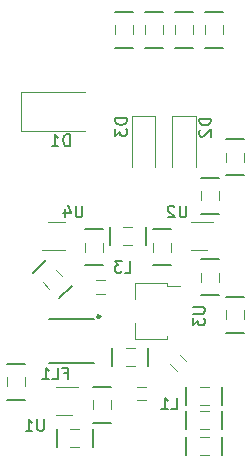
<source format=gbr>
%TF.GenerationSoftware,KiCad,Pcbnew,7.0.7-7.0.7~ubuntu23.04.1*%
%TF.CreationDate,2023-09-11T00:59:19+00:00*%
%TF.ProjectId,RFSWITCH01,52465357-4954-4434-9830-312e6b696361,rev?*%
%TF.SameCoordinates,Original*%
%TF.FileFunction,Legend,Bot*%
%TF.FilePolarity,Positive*%
%FSLAX46Y46*%
G04 Gerber Fmt 4.6, Leading zero omitted, Abs format (unit mm)*
G04 Created by KiCad (PCBNEW 7.0.7-7.0.7~ubuntu23.04.1) date 2023-09-11 00:59:19*
%MOMM*%
%LPD*%
G01*
G04 APERTURE LIST*
%ADD10C,0.150000*%
%ADD11C,0.120000*%
%ADD12C,0.127000*%
%ADD13C,0.240000*%
G04 APERTURE END LIST*
D10*
X149201394Y-84935492D02*
X149201394Y-83935492D01*
X149201394Y-83935492D02*
X148963299Y-83935492D01*
X148963299Y-83935492D02*
X148820442Y-83983111D01*
X148820442Y-83983111D02*
X148725204Y-84078349D01*
X148725204Y-84078349D02*
X148677585Y-84173587D01*
X148677585Y-84173587D02*
X148629966Y-84364063D01*
X148629966Y-84364063D02*
X148629966Y-84506920D01*
X148629966Y-84506920D02*
X148677585Y-84697396D01*
X148677585Y-84697396D02*
X148725204Y-84792634D01*
X148725204Y-84792634D02*
X148820442Y-84887873D01*
X148820442Y-84887873D02*
X148963299Y-84935492D01*
X148963299Y-84935492D02*
X149201394Y-84935492D01*
X147677585Y-84935492D02*
X148249013Y-84935492D01*
X147963299Y-84935492D02*
X147963299Y-83935492D01*
X147963299Y-83935492D02*
X148058537Y-84078349D01*
X148058537Y-84078349D02*
X148153775Y-84173587D01*
X148153775Y-84173587D02*
X148249013Y-84221206D01*
X150279304Y-89967819D02*
X150279304Y-90777342D01*
X150279304Y-90777342D02*
X150231685Y-90872580D01*
X150231685Y-90872580D02*
X150184066Y-90920200D01*
X150184066Y-90920200D02*
X150088828Y-90967819D01*
X150088828Y-90967819D02*
X149898352Y-90967819D01*
X149898352Y-90967819D02*
X149803114Y-90920200D01*
X149803114Y-90920200D02*
X149755495Y-90872580D01*
X149755495Y-90872580D02*
X149707876Y-90777342D01*
X149707876Y-90777342D02*
X149707876Y-89967819D01*
X148803114Y-90301152D02*
X148803114Y-90967819D01*
X149041209Y-89920200D02*
X149279304Y-90634485D01*
X149279304Y-90634485D02*
X148660257Y-90634485D01*
X159640219Y-98539495D02*
X160449742Y-98539495D01*
X160449742Y-98539495D02*
X160544980Y-98587114D01*
X160544980Y-98587114D02*
X160592600Y-98634733D01*
X160592600Y-98634733D02*
X160640219Y-98729971D01*
X160640219Y-98729971D02*
X160640219Y-98920447D01*
X160640219Y-98920447D02*
X160592600Y-99015685D01*
X160592600Y-99015685D02*
X160544980Y-99063304D01*
X160544980Y-99063304D02*
X160449742Y-99110923D01*
X160449742Y-99110923D02*
X159640219Y-99110923D01*
X159640219Y-99491876D02*
X159640219Y-100110923D01*
X159640219Y-100110923D02*
X160021171Y-99777590D01*
X160021171Y-99777590D02*
X160021171Y-99920447D01*
X160021171Y-99920447D02*
X160068790Y-100015685D01*
X160068790Y-100015685D02*
X160116409Y-100063304D01*
X160116409Y-100063304D02*
X160211647Y-100110923D01*
X160211647Y-100110923D02*
X160449742Y-100110923D01*
X160449742Y-100110923D02*
X160544980Y-100063304D01*
X160544980Y-100063304D02*
X160592600Y-100015685D01*
X160592600Y-100015685D02*
X160640219Y-99920447D01*
X160640219Y-99920447D02*
X160640219Y-99634733D01*
X160640219Y-99634733D02*
X160592600Y-99539495D01*
X160592600Y-99539495D02*
X160544980Y-99491876D01*
X154036219Y-82561305D02*
X153036219Y-82561305D01*
X153036219Y-82561305D02*
X153036219Y-82799400D01*
X153036219Y-82799400D02*
X153083838Y-82942257D01*
X153083838Y-82942257D02*
X153179076Y-83037495D01*
X153179076Y-83037495D02*
X153274314Y-83085114D01*
X153274314Y-83085114D02*
X153464790Y-83132733D01*
X153464790Y-83132733D02*
X153607647Y-83132733D01*
X153607647Y-83132733D02*
X153798123Y-83085114D01*
X153798123Y-83085114D02*
X153893361Y-83037495D01*
X153893361Y-83037495D02*
X153988600Y-82942257D01*
X153988600Y-82942257D02*
X154036219Y-82799400D01*
X154036219Y-82799400D02*
X154036219Y-82561305D01*
X153036219Y-83466067D02*
X153036219Y-84085114D01*
X153036219Y-84085114D02*
X153417171Y-83751781D01*
X153417171Y-83751781D02*
X153417171Y-83894638D01*
X153417171Y-83894638D02*
X153464790Y-83989876D01*
X153464790Y-83989876D02*
X153512409Y-84037495D01*
X153512409Y-84037495D02*
X153607647Y-84085114D01*
X153607647Y-84085114D02*
X153845742Y-84085114D01*
X153845742Y-84085114D02*
X153940980Y-84037495D01*
X153940980Y-84037495D02*
X153988600Y-83989876D01*
X153988600Y-83989876D02*
X154036219Y-83894638D01*
X154036219Y-83894638D02*
X154036219Y-83608924D01*
X154036219Y-83608924D02*
X153988600Y-83513686D01*
X153988600Y-83513686D02*
X153940980Y-83466067D01*
X147028104Y-108052619D02*
X147028104Y-108862142D01*
X147028104Y-108862142D02*
X146980485Y-108957380D01*
X146980485Y-108957380D02*
X146932866Y-109005000D01*
X146932866Y-109005000D02*
X146837628Y-109052619D01*
X146837628Y-109052619D02*
X146647152Y-109052619D01*
X146647152Y-109052619D02*
X146551914Y-109005000D01*
X146551914Y-109005000D02*
X146504295Y-108957380D01*
X146504295Y-108957380D02*
X146456676Y-108862142D01*
X146456676Y-108862142D02*
X146456676Y-108052619D01*
X145456676Y-109052619D02*
X146028104Y-109052619D01*
X145742390Y-109052619D02*
X145742390Y-108052619D01*
X145742390Y-108052619D02*
X145837628Y-108195476D01*
X145837628Y-108195476D02*
X145932866Y-108290714D01*
X145932866Y-108290714D02*
X146028104Y-108338333D01*
X157812066Y-107223819D02*
X158288256Y-107223819D01*
X158288256Y-107223819D02*
X158288256Y-106223819D01*
X156954923Y-107223819D02*
X157526351Y-107223819D01*
X157240637Y-107223819D02*
X157240637Y-106223819D01*
X157240637Y-106223819D02*
X157335875Y-106366676D01*
X157335875Y-106366676D02*
X157431113Y-106461914D01*
X157431113Y-106461914D02*
X157526351Y-106509533D01*
X148731495Y-104160009D02*
X149064828Y-104160009D01*
X149064828Y-104683819D02*
X149064828Y-103683819D01*
X149064828Y-103683819D02*
X148588638Y-103683819D01*
X147731495Y-104683819D02*
X148207685Y-104683819D01*
X148207685Y-104683819D02*
X148207685Y-103683819D01*
X146874352Y-104683819D02*
X147445780Y-104683819D01*
X147160066Y-104683819D02*
X147160066Y-103683819D01*
X147160066Y-103683819D02*
X147255304Y-103826676D01*
X147255304Y-103826676D02*
X147350542Y-103921914D01*
X147350542Y-103921914D02*
X147445780Y-103969533D01*
X159067704Y-89967819D02*
X159067704Y-90777342D01*
X159067704Y-90777342D02*
X159020085Y-90872580D01*
X159020085Y-90872580D02*
X158972466Y-90920200D01*
X158972466Y-90920200D02*
X158877228Y-90967819D01*
X158877228Y-90967819D02*
X158686752Y-90967819D01*
X158686752Y-90967819D02*
X158591514Y-90920200D01*
X158591514Y-90920200D02*
X158543895Y-90872580D01*
X158543895Y-90872580D02*
X158496276Y-90777342D01*
X158496276Y-90777342D02*
X158496276Y-89967819D01*
X158067704Y-90063057D02*
X158020085Y-90015438D01*
X158020085Y-90015438D02*
X157924847Y-89967819D01*
X157924847Y-89967819D02*
X157686752Y-89967819D01*
X157686752Y-89967819D02*
X157591514Y-90015438D01*
X157591514Y-90015438D02*
X157543895Y-90063057D01*
X157543895Y-90063057D02*
X157496276Y-90158295D01*
X157496276Y-90158295D02*
X157496276Y-90253533D01*
X157496276Y-90253533D02*
X157543895Y-90396390D01*
X157543895Y-90396390D02*
X158115323Y-90967819D01*
X158115323Y-90967819D02*
X157496276Y-90967819D01*
X161148219Y-82612105D02*
X160148219Y-82612105D01*
X160148219Y-82612105D02*
X160148219Y-82850200D01*
X160148219Y-82850200D02*
X160195838Y-82993057D01*
X160195838Y-82993057D02*
X160291076Y-83088295D01*
X160291076Y-83088295D02*
X160386314Y-83135914D01*
X160386314Y-83135914D02*
X160576790Y-83183533D01*
X160576790Y-83183533D02*
X160719647Y-83183533D01*
X160719647Y-83183533D02*
X160910123Y-83135914D01*
X160910123Y-83135914D02*
X161005361Y-83088295D01*
X161005361Y-83088295D02*
X161100600Y-82993057D01*
X161100600Y-82993057D02*
X161148219Y-82850200D01*
X161148219Y-82850200D02*
X161148219Y-82612105D01*
X160243457Y-83564486D02*
X160195838Y-83612105D01*
X160195838Y-83612105D02*
X160148219Y-83707343D01*
X160148219Y-83707343D02*
X160148219Y-83945438D01*
X160148219Y-83945438D02*
X160195838Y-84040676D01*
X160195838Y-84040676D02*
X160243457Y-84088295D01*
X160243457Y-84088295D02*
X160338695Y-84135914D01*
X160338695Y-84135914D02*
X160433933Y-84135914D01*
X160433933Y-84135914D02*
X160576790Y-84088295D01*
X160576790Y-84088295D02*
X161148219Y-83516867D01*
X161148219Y-83516867D02*
X161148219Y-84135914D01*
X153849666Y-95641419D02*
X154325856Y-95641419D01*
X154325856Y-95641419D02*
X154325856Y-94641419D01*
X153611570Y-94641419D02*
X152992523Y-94641419D01*
X152992523Y-94641419D02*
X153325856Y-95022371D01*
X153325856Y-95022371D02*
X153182999Y-95022371D01*
X153182999Y-95022371D02*
X153087761Y-95069990D01*
X153087761Y-95069990D02*
X153040142Y-95117609D01*
X153040142Y-95117609D02*
X152992523Y-95212847D01*
X152992523Y-95212847D02*
X152992523Y-95450942D01*
X152992523Y-95450942D02*
X153040142Y-95546180D01*
X153040142Y-95546180D02*
X153087761Y-95593800D01*
X153087761Y-95593800D02*
X153182999Y-95641419D01*
X153182999Y-95641419D02*
X153468713Y-95641419D01*
X153468713Y-95641419D02*
X153563951Y-95593800D01*
X153563951Y-95593800D02*
X153611570Y-95546180D01*
%TO.C,L5*%
X162422595Y-100736500D02*
X163946595Y-100736500D01*
D11*
X162422595Y-99593500D02*
X162422595Y-98831500D01*
X163946595Y-99593500D02*
X163946595Y-98831500D01*
D10*
X163946595Y-97688500D02*
X162422595Y-97688500D01*
%TO.C,R5*%
X153048000Y-76606500D02*
X154572000Y-76606500D01*
D11*
X153048000Y-75463500D02*
X153048000Y-74701500D01*
X154572000Y-75463500D02*
X154572000Y-74701500D01*
D10*
X154572000Y-73558500D02*
X153048000Y-73558500D01*
D11*
%TO.C,D1*%
X145063300Y-80330673D02*
X150463300Y-80330673D01*
X145063300Y-83630673D02*
X145063300Y-80330673D01*
X145063300Y-83630673D02*
X150463300Y-83630673D01*
%TO.C,U4*%
X147395000Y-91385000D02*
X148795000Y-91385000D01*
X148795000Y-93705000D02*
X146895000Y-93705000D01*
D10*
%TO.C,C10*%
X157747000Y-91973500D02*
X156223000Y-91973500D01*
D11*
X157747000Y-93116500D02*
X157747000Y-93878500D01*
X156223000Y-93116500D02*
X156223000Y-93878500D01*
D10*
X156223000Y-95021500D02*
X157747000Y-95021500D01*
%TO.C,R3*%
X162192000Y-73558500D02*
X160668000Y-73558500D01*
D11*
X162192000Y-74701500D02*
X162192000Y-75463500D01*
X160668000Y-74701500D02*
X160668000Y-75463500D01*
D10*
X160668000Y-76606500D02*
X162192000Y-76606500D01*
D11*
%TO.C,U3*%
X158550000Y-96765000D02*
X157410000Y-96765000D01*
X157410000Y-101255000D02*
X157410000Y-101025000D01*
X157410000Y-96535000D02*
X157410000Y-96765000D01*
X157410000Y-96535000D02*
X154690000Y-96535000D01*
X154690000Y-101255000D02*
X157410000Y-101255000D01*
X154690000Y-99945000D02*
X154690000Y-101255000D01*
X154690000Y-96535000D02*
X154690000Y-97845000D01*
D10*
%TO.C,C1*%
X143878600Y-106413400D02*
X145402600Y-106413400D01*
D11*
X143878600Y-105270400D02*
X143878600Y-104508400D01*
X145402600Y-105270400D02*
X145402600Y-104508400D01*
D10*
X145402600Y-103365400D02*
X143878600Y-103365400D01*
D11*
%TO.C,D3*%
X156461000Y-82403000D02*
X156461000Y-86703000D01*
X154461000Y-82403000D02*
X156461000Y-82403000D01*
X154461000Y-86703000D02*
X154461000Y-82403000D01*
%TO.C,U1*%
X149430000Y-107675000D02*
X148030000Y-107675000D01*
X148030000Y-105355000D02*
X149930000Y-105355000D01*
D10*
%TO.C,C9*%
X152032000Y-91973500D02*
X150508000Y-91973500D01*
D11*
X152032000Y-93116500D02*
X152032000Y-93878500D01*
X150508000Y-93116500D02*
X150508000Y-93878500D01*
D10*
X150508000Y-95021500D02*
X152032000Y-95021500D01*
%TO.C,C4*%
X159080500Y-105372000D02*
X159080500Y-106896000D01*
D11*
X160223500Y-105372000D02*
X160985500Y-105372000D01*
X160223500Y-106896000D02*
X160985500Y-106896000D01*
D10*
X162128500Y-106896000D02*
X162128500Y-105372000D01*
D11*
%TO.C,L2*%
X158293996Y-103945063D02*
X157728845Y-103379912D01*
X159085955Y-103153104D02*
X158520804Y-102587953D01*
D10*
%TO.C,C2*%
X152667000Y-105308500D02*
X151143000Y-105308500D01*
D11*
X152667000Y-106451500D02*
X152667000Y-107213500D01*
X151143000Y-106451500D02*
X151143000Y-107213500D01*
D10*
X151143000Y-108356500D02*
X152667000Y-108356500D01*
%TO.C,C6*%
X160292992Y-90647329D02*
X161816992Y-90647329D01*
D11*
X160292992Y-89504329D02*
X160292992Y-88742329D01*
X161816992Y-89504329D02*
X161816992Y-88742329D01*
D10*
X161816992Y-87599329D02*
X160292992Y-87599329D01*
%TO.C,L4*%
X163933639Y-84353500D02*
X162409639Y-84353500D01*
D11*
X163933639Y-85496500D02*
X163933639Y-86258500D01*
X162409639Y-85496500D02*
X162409639Y-86258500D01*
D10*
X162409639Y-87401500D02*
X163933639Y-87401500D01*
D11*
%TO.C,L1*%
X154887878Y-105320000D02*
X155687122Y-105320000D01*
X154887878Y-106440000D02*
X155687122Y-106440000D01*
D10*
%TO.C,R4*%
X157112000Y-73558500D02*
X155588000Y-73558500D01*
D11*
X157112000Y-74701500D02*
X157112000Y-75463500D01*
X155588000Y-74701500D02*
X155588000Y-75463500D01*
D10*
X155588000Y-76606500D02*
X157112000Y-76606500D01*
%TO.C,C8*%
X148278215Y-97819046D02*
X149355846Y-96741415D01*
D11*
X147469992Y-97010823D02*
X146931177Y-96472008D01*
X148547623Y-95933192D02*
X148008808Y-95394377D01*
D10*
X147200585Y-94586154D02*
X146122954Y-95663785D01*
D12*
%TO.C,FL1*%
X151265000Y-99535000D02*
X147465000Y-99535000D01*
X147465000Y-103335000D02*
X151265000Y-103335000D01*
D13*
X151769000Y-99359000D02*
G75*
G03*
X151769000Y-99359000I-120000J0D01*
G01*
D11*
%TO.C,U2*%
X160860000Y-93705000D02*
X159460000Y-93705000D01*
X159460000Y-91385000D02*
X161360000Y-91385000D01*
D10*
%TO.C,C3*%
X159080500Y-107404000D02*
X159080500Y-108928000D01*
D11*
X160223500Y-107404000D02*
X160985500Y-107404000D01*
X160223500Y-108928000D02*
X160985500Y-108928000D01*
D10*
X162128500Y-108928000D02*
X162128500Y-107404000D01*
%TO.C,R2*%
X158128000Y-76606500D02*
X159652000Y-76606500D01*
D11*
X158128000Y-75463500D02*
X158128000Y-74701500D01*
X159652000Y-75463500D02*
X159652000Y-74701500D01*
D10*
X159652000Y-73558500D02*
X158128000Y-73558500D01*
%TO.C,R6*%
X159080500Y-109563000D02*
X159080500Y-111087000D01*
D11*
X160223500Y-109563000D02*
X160985500Y-109563000D01*
X160223500Y-111087000D02*
X160985500Y-111087000D01*
D10*
X162128500Y-111087000D02*
X162128500Y-109563000D01*
%TO.C,L6*%
X152603500Y-91783000D02*
X152603500Y-93307000D01*
D11*
X153746500Y-91783000D02*
X154508500Y-91783000D01*
X153746500Y-93307000D02*
X154508500Y-93307000D01*
D10*
X155651500Y-93307000D02*
X155651500Y-91783000D01*
%TO.C,C7*%
X161828905Y-94500117D02*
X160304905Y-94500117D01*
D11*
X161828905Y-95643117D02*
X161828905Y-96405117D01*
X160304905Y-95643117D02*
X160304905Y-96405117D01*
D10*
X160304905Y-97548117D02*
X161828905Y-97548117D01*
%TO.C,C5*%
X152794000Y-102006500D02*
X152794000Y-103530500D01*
D11*
X153937000Y-102006500D02*
X154699000Y-102006500D01*
X153937000Y-103530500D02*
X154699000Y-103530500D01*
D10*
X155842000Y-103530500D02*
X155842000Y-102006500D01*
D11*
%TO.C,D2*%
X159871299Y-82386885D02*
X159871299Y-86686885D01*
X157871299Y-82386885D02*
X159871299Y-82386885D01*
X157871299Y-86686885D02*
X157871299Y-82386885D01*
%TO.C,L3*%
X152207322Y-97423000D02*
X151408078Y-97423000D01*
X152207322Y-96303000D02*
X151408078Y-96303000D01*
D10*
%TO.C,R1*%
X148102299Y-108851800D02*
X148102299Y-110375800D01*
D11*
X149245299Y-108851800D02*
X150007299Y-108851800D01*
X149245299Y-110375800D02*
X150007299Y-110375800D01*
D10*
X151150299Y-110375800D02*
X151150299Y-108851800D01*
%TD*%
M02*

</source>
